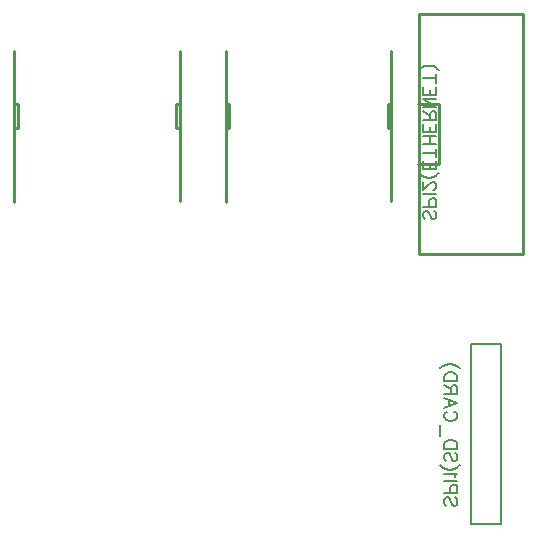
<source format=gbo>
G04 Layer: BottomSilkLayer*
G04 EasyEDA v6.4.25, 2021-12-02T19:10:48+01:00*
G04 15ecca0207564e248d2aa7e8b5e7a0d8,208c6ab82c1b43e5b5e4dc1230921930,10*
G04 Gerber Generator version 0.2*
G04 Scale: 100 percent, Rotated: No, Reflected: No *
G04 Dimensions in millimeters *
G04 leading zeros omitted , absolute positions ,4 integer and 5 decimal *
%FSLAX45Y45*%
%MOMM*%

%ADD10C,0.2540*%
%ADD21C,0.2032*%
%ADD22C,0.2030*%
%ADD24C,0.1524*%

%LPD*%
D24*
X6157653Y9762835D02*
G01*
X6168044Y9752444D01*
X6173238Y9736858D01*
X6173238Y9716076D01*
X6168044Y9700491D01*
X6157653Y9690100D01*
X6147262Y9690100D01*
X6136871Y9695294D01*
X6131674Y9700491D01*
X6126479Y9710882D01*
X6116088Y9742055D01*
X6110894Y9752444D01*
X6105697Y9757641D01*
X6095306Y9762835D01*
X6079721Y9762835D01*
X6069329Y9752444D01*
X6064135Y9736858D01*
X6064135Y9716076D01*
X6069329Y9700491D01*
X6079721Y9690100D01*
X6173238Y9797125D02*
G01*
X6064135Y9797125D01*
X6173238Y9797125D02*
G01*
X6173238Y9843884D01*
X6168044Y9859472D01*
X6162847Y9864666D01*
X6152456Y9869863D01*
X6136871Y9869863D01*
X6126479Y9864666D01*
X6121285Y9859472D01*
X6116088Y9843884D01*
X6116088Y9797125D01*
X6173238Y9904153D02*
G01*
X6064135Y9904153D01*
X6147262Y9943637D02*
G01*
X6152456Y9943637D01*
X6162847Y9948834D01*
X6168044Y9954028D01*
X6173238Y9964420D01*
X6173238Y9985202D01*
X6168044Y9995593D01*
X6162847Y10000787D01*
X6152456Y10005984D01*
X6142065Y10005984D01*
X6131674Y10000787D01*
X6116088Y9990396D01*
X6064135Y9938443D01*
X6064135Y10011178D01*
X6194021Y10081836D02*
G01*
X6183629Y10071445D01*
X6168044Y10061054D01*
X6147262Y10050665D01*
X6121285Y10045468D01*
X6100503Y10045468D01*
X6074524Y10050665D01*
X6053744Y10061054D01*
X6038156Y10071445D01*
X6027765Y10081836D01*
X6173238Y10116126D02*
G01*
X6064135Y10116126D01*
X6173238Y10116126D02*
G01*
X6173238Y10183667D01*
X6121285Y10116126D02*
G01*
X6121285Y10157691D01*
X6064135Y10116126D02*
G01*
X6064135Y10183667D01*
X6173238Y10254325D02*
G01*
X6064135Y10254325D01*
X6173238Y10217957D02*
G01*
X6173238Y10290695D01*
X6173238Y10324985D02*
G01*
X6064135Y10324985D01*
X6173238Y10397721D02*
G01*
X6064135Y10397721D01*
X6121285Y10324985D02*
G01*
X6121285Y10397721D01*
X6173238Y10432011D02*
G01*
X6064135Y10432011D01*
X6173238Y10432011D02*
G01*
X6173238Y10499552D01*
X6121285Y10432011D02*
G01*
X6121285Y10473575D01*
X6064135Y10432011D02*
G01*
X6064135Y10499552D01*
X6173238Y10533842D02*
G01*
X6064135Y10533842D01*
X6173238Y10533842D02*
G01*
X6173238Y10580601D01*
X6168044Y10596186D01*
X6162847Y10601383D01*
X6152456Y10606577D01*
X6142065Y10606577D01*
X6131674Y10601383D01*
X6126479Y10596186D01*
X6121285Y10580601D01*
X6121285Y10533842D01*
X6121285Y10570210D02*
G01*
X6064135Y10606577D01*
X6173238Y10640867D02*
G01*
X6064135Y10640867D01*
X6173238Y10640867D02*
G01*
X6064135Y10713605D01*
X6173238Y10713605D02*
G01*
X6064135Y10713605D01*
X6173238Y10747895D02*
G01*
X6064135Y10747895D01*
X6173238Y10747895D02*
G01*
X6173238Y10815434D01*
X6121285Y10747895D02*
G01*
X6121285Y10789457D01*
X6064135Y10747895D02*
G01*
X6064135Y10815434D01*
X6173238Y10886094D02*
G01*
X6064135Y10886094D01*
X6173238Y10849724D02*
G01*
X6173238Y10922462D01*
X6194021Y10956752D02*
G01*
X6183629Y10967143D01*
X6168044Y10977534D01*
X6147262Y10987925D01*
X6121285Y10993120D01*
X6100503Y10993120D01*
X6074524Y10987925D01*
X6053744Y10977534D01*
X6038156Y10967143D01*
X6027765Y10956752D01*
X6335453Y7337135D02*
G01*
X6345844Y7326744D01*
X6351038Y7311158D01*
X6351038Y7290376D01*
X6345844Y7274791D01*
X6335453Y7264400D01*
X6325062Y7264400D01*
X6314671Y7269594D01*
X6309474Y7274791D01*
X6304279Y7285182D01*
X6293888Y7316355D01*
X6288694Y7326744D01*
X6283497Y7331941D01*
X6273106Y7337135D01*
X6257521Y7337135D01*
X6247129Y7326744D01*
X6241935Y7311158D01*
X6241935Y7290376D01*
X6247129Y7274791D01*
X6257521Y7264400D01*
X6351038Y7371425D02*
G01*
X6241935Y7371425D01*
X6351038Y7371425D02*
G01*
X6351038Y7418184D01*
X6345844Y7433772D01*
X6340647Y7438966D01*
X6330256Y7444163D01*
X6314671Y7444163D01*
X6304279Y7438966D01*
X6299085Y7433772D01*
X6293888Y7418184D01*
X6293888Y7371425D01*
X6351038Y7478453D02*
G01*
X6241935Y7478453D01*
X6330256Y7512743D02*
G01*
X6335453Y7523134D01*
X6351038Y7538720D01*
X6241935Y7538720D01*
X6371821Y7609377D02*
G01*
X6361429Y7598986D01*
X6345844Y7588595D01*
X6325062Y7578204D01*
X6299085Y7573010D01*
X6278303Y7573010D01*
X6252324Y7578204D01*
X6231544Y7588595D01*
X6215956Y7598986D01*
X6205565Y7609377D01*
X6335453Y7716405D02*
G01*
X6345844Y7706014D01*
X6351038Y7690426D01*
X6351038Y7669644D01*
X6345844Y7654058D01*
X6335453Y7643667D01*
X6325062Y7643667D01*
X6314671Y7648864D01*
X6309474Y7654058D01*
X6304279Y7664450D01*
X6293888Y7695623D01*
X6288694Y7706014D01*
X6283497Y7711208D01*
X6273106Y7716405D01*
X6257521Y7716405D01*
X6247129Y7706014D01*
X6241935Y7690426D01*
X6241935Y7669644D01*
X6247129Y7654058D01*
X6257521Y7643667D01*
X6351038Y7750695D02*
G01*
X6241935Y7750695D01*
X6351038Y7750695D02*
G01*
X6351038Y7787063D01*
X6345844Y7802648D01*
X6335453Y7813039D01*
X6325062Y7818234D01*
X6309474Y7823431D01*
X6283497Y7823431D01*
X6267912Y7818234D01*
X6257521Y7813039D01*
X6247129Y7802648D01*
X6241935Y7787063D01*
X6241935Y7750695D01*
X6205565Y7857721D02*
G01*
X6205565Y7951238D01*
X6325062Y8063461D02*
G01*
X6335453Y8058264D01*
X6345844Y8047875D01*
X6351038Y8037484D01*
X6351038Y8016702D01*
X6345844Y8006311D01*
X6335453Y7995920D01*
X6325062Y7990725D01*
X6309474Y7985528D01*
X6283497Y7985528D01*
X6267912Y7990725D01*
X6257521Y7995920D01*
X6247129Y8006311D01*
X6241935Y8016702D01*
X6241935Y8037484D01*
X6247129Y8047875D01*
X6257521Y8058264D01*
X6267912Y8063461D01*
X6351038Y8139315D02*
G01*
X6241935Y8097751D01*
X6351038Y8139315D02*
G01*
X6241935Y8180877D01*
X6278303Y8113336D02*
G01*
X6278303Y8165292D01*
X6351038Y8215167D02*
G01*
X6241935Y8215167D01*
X6351038Y8215167D02*
G01*
X6351038Y8261926D01*
X6345844Y8277514D01*
X6340647Y8282708D01*
X6330256Y8287905D01*
X6319865Y8287905D01*
X6309474Y8282708D01*
X6304279Y8277514D01*
X6299085Y8261926D01*
X6299085Y8215167D01*
X6299085Y8251535D02*
G01*
X6241935Y8287905D01*
X6351038Y8322195D02*
G01*
X6241935Y8322195D01*
X6351038Y8322195D02*
G01*
X6351038Y8358563D01*
X6345844Y8374148D01*
X6335453Y8384539D01*
X6325062Y8389734D01*
X6309474Y8394931D01*
X6283497Y8394931D01*
X6267912Y8389734D01*
X6257521Y8384539D01*
X6247129Y8374148D01*
X6241935Y8358563D01*
X6241935Y8322195D01*
X6371821Y8429221D02*
G01*
X6361429Y8439612D01*
X6345844Y8450003D01*
X6325062Y8460394D01*
X6299085Y8465588D01*
X6278303Y8465588D01*
X6252324Y8460394D01*
X6231544Y8450003D01*
X6215956Y8439612D01*
X6205565Y8429221D01*
D10*
X6197600Y10160000D02*
G01*
X6019800Y10160000D01*
X6027420Y10165079D01*
X6197600Y10160000D02*
G01*
X6197600Y10668000D01*
X6022340Y10668000D01*
X6027420Y10668000D01*
X6904304Y9398990D02*
G01*
X6904304Y11428984D01*
X6024295Y11428984D01*
X6024295Y9398990D01*
X6904304Y9398990D01*
D21*
X6718300Y7302500D02*
G01*
X6718300Y7112000D01*
X6464300Y7112000D01*
X6464300Y8636000D01*
X6718300Y8636000D01*
D22*
X6718300Y8636000D02*
G01*
X6718300Y7302500D01*
D10*
X2600959Y11117579D02*
G01*
X2600959Y10668000D01*
X2600959Y10668000D02*
G01*
X2600959Y9837420D01*
X4003040Y9842500D02*
G01*
X4003040Y10467339D01*
X4003040Y10467339D02*
G01*
X4003040Y10668000D01*
X4003040Y10668000D02*
G01*
X4003040Y11117579D01*
X4003040Y10668000D02*
G01*
X3972559Y10668000D01*
X3972559Y10668000D02*
G01*
X3972559Y10467339D01*
X3972559Y10467339D02*
G01*
X4003040Y10467339D01*
X2600959Y10668000D02*
G01*
X2631440Y10668000D01*
X2631440Y10668000D02*
G01*
X2631440Y10467339D01*
X2631440Y10467339D02*
G01*
X2606040Y10467339D01*
X4391659Y11117579D02*
G01*
X4391659Y10668000D01*
X4391659Y10668000D02*
G01*
X4391659Y9837420D01*
X5793740Y9842500D02*
G01*
X5793740Y10467339D01*
X5793740Y10467339D02*
G01*
X5793740Y10668000D01*
X5793740Y10668000D02*
G01*
X5793740Y11117579D01*
X5793740Y10668000D02*
G01*
X5763259Y10668000D01*
X5763259Y10668000D02*
G01*
X5763259Y10467339D01*
X5763259Y10467339D02*
G01*
X5793740Y10467339D01*
X4391659Y10668000D02*
G01*
X4422140Y10668000D01*
X4422140Y10668000D02*
G01*
X4422140Y10467339D01*
X4422140Y10467339D02*
G01*
X4396740Y10467339D01*
M02*

</source>
